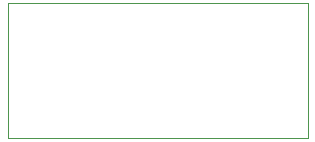
<source format=gbr>
%TF.GenerationSoftware,KiCad,Pcbnew,5.1.4-3.fc31*%
%TF.CreationDate,2019-11-22T15:17:55+01:00*%
%TF.ProjectId,screw-terminal-to-pcb-adapter,73637265-772d-4746-9572-6d696e616c2d,0.5*%
%TF.SameCoordinates,PX730f910PY310d5f8*%
%TF.FileFunction,Profile,NP*%
%FSLAX46Y46*%
G04 Gerber Fmt 4.6, Leading zero omitted, Abs format (unit mm)*
G04 Created by KiCad (PCBNEW 5.1.4-3.fc31) date 2019-11-22 15:17:55*
%MOMM*%
%LPD*%
G04 APERTURE LIST*
%ADD10C,0.050000*%
G04 APERTURE END LIST*
D10*
X0Y0D02*
X0Y11430000D01*
X25400000Y0D02*
X0Y0D01*
X25400000Y11430000D02*
X25400000Y0D01*
X0Y11430000D02*
X25400000Y11430000D01*
M02*

</source>
